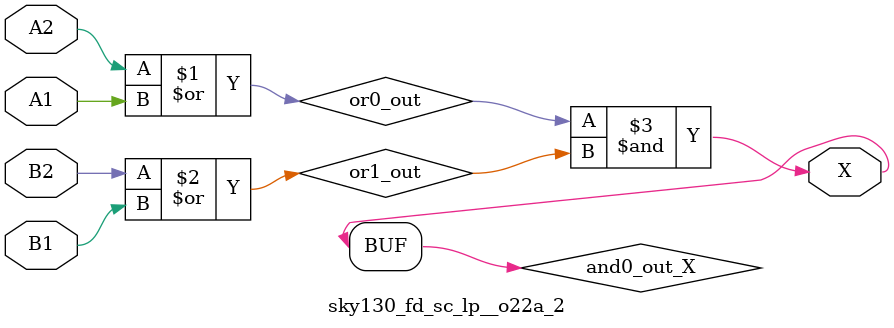
<source format=v>
/*
 * Copyright 2020 The SkyWater PDK Authors
 *
 * Licensed under the Apache License, Version 2.0 (the "License");
 * you may not use this file except in compliance with the License.
 * You may obtain a copy of the License at
 *
 *     https://www.apache.org/licenses/LICENSE-2.0
 *
 * Unless required by applicable law or agreed to in writing, software
 * distributed under the License is distributed on an "AS IS" BASIS,
 * WITHOUT WARRANTIES OR CONDITIONS OF ANY KIND, either express or implied.
 * See the License for the specific language governing permissions and
 * limitations under the License.
 *
 * SPDX-License-Identifier: Apache-2.0
*/


`ifndef SKY130_FD_SC_LP__O22A_2_FUNCTIONAL_V
`define SKY130_FD_SC_LP__O22A_2_FUNCTIONAL_V

/**
 * o22a: 2-input OR into both inputs of 2-input AND.
 *
 *       X = ((A1 | A2) & (B1 | B2))
 *
 * Verilog simulation functional model.
 */

`timescale 1ns / 1ps
`default_nettype none

`celldefine
module sky130_fd_sc_lp__o22a_2 (
    X ,
    A1,
    A2,
    B1,
    B2
);

    // Module ports
    output X ;
    input  A1;
    input  A2;
    input  B1;
    input  B2;

    // Local signals
    wire or0_out   ;
    wire or1_out   ;
    wire and0_out_X;

    //  Name  Output      Other arguments
    or  or0  (or0_out   , A2, A1          );
    or  or1  (or1_out   , B2, B1          );
    and and0 (and0_out_X, or0_out, or1_out);
    buf buf0 (X         , and0_out_X      );

endmodule
`endcelldefine

`default_nettype wire
`endif  // SKY130_FD_SC_LP__O22A_2_FUNCTIONAL_V

</source>
